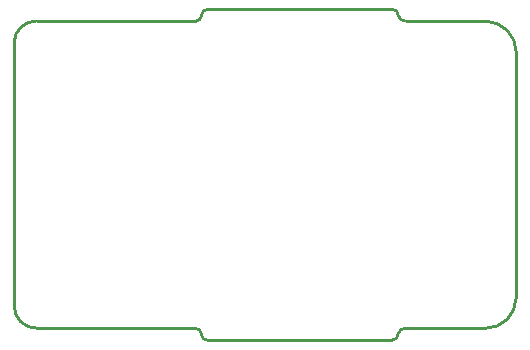
<source format=gko>
G04*
G04 #@! TF.GenerationSoftware,Altium Limited,Altium Designer,21.2.0 (30)*
G04*
G04 Layer_Color=16711935*
%FSLAX24Y24*%
%MOIN*%
G70*
G04*
G04 #@! TF.SameCoordinates,6A3BDC20-E317-4547-97BB-DAA7722936CF*
G04*
G04*
G04 #@! TF.FilePolarity,Positive*
G04*
G01*
G75*
%ADD12C,0.0100*%
D12*
X12645Y-5534D02*
G03*
X12845Y-5340I3J197D01*
G01*
X13095Y-5140D02*
G03*
X12845Y-5340I-25J-225D01*
G01*
X6293D02*
G03*
X6493Y-5534I197J3D01*
G01*
X6293Y-5340D02*
G03*
X6093Y-5140I-200J0D01*
G01*
X6100Y5100D02*
G03*
X6300Y5300I0J200D01*
G01*
X6500Y5494D02*
G03*
X6300Y5300I-3J-197D01*
G01*
X50Y-4400D02*
G03*
X800Y-5136I743J7D01*
G01*
Y5100D02*
G03*
X50Y4400I-25J-725D01*
G01*
X12852Y5300D02*
G03*
X13102Y5100I225J25D01*
G01*
X12852Y5300D02*
G03*
X12652Y5494I-197J-3D01*
G01*
X15766Y-5136D02*
G03*
X16784Y-4118I0J1019D01*
G01*
X16784Y4068D02*
G03*
X15752Y5100I-1032J0D01*
G01*
X6493Y-5534D02*
X12645Y-5534D01*
X50Y0D02*
Y4400D01*
Y-4400D02*
Y0D01*
X13102Y-5136D02*
X15766D01*
X16784Y-4118D02*
Y4068D01*
X13102Y5100D02*
X15752D01*
X800Y-5136D02*
X6100D01*
X800Y5100D02*
X6100D01*
X6500Y5494D02*
X12652Y5494D01*
M02*

</source>
